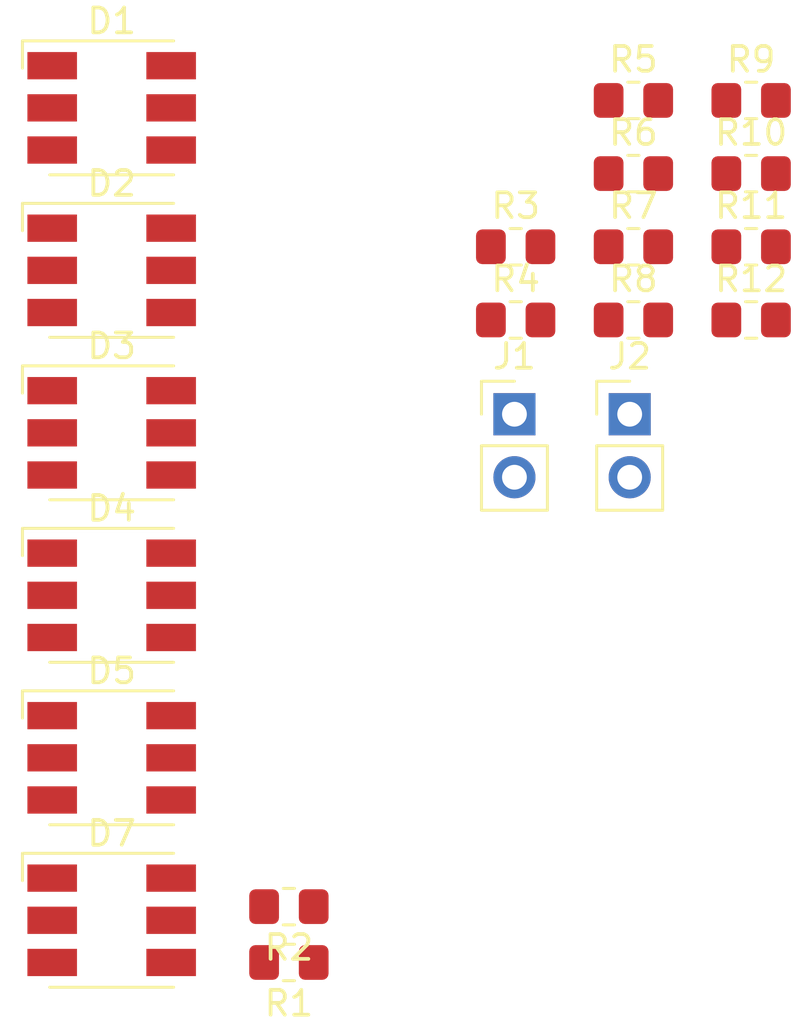
<source format=kicad_pcb>
(kicad_pcb (version 20240108) (generator "pcbnew") (generator_version "8.0")
  (layers (0 "F.Cu" signal) (31 "B.Cu" signal) (34 "B.Paste" user) (35 "F.Paste" user) (36 "B.SilkS" user "B.Silkscreen") (37 "F.SilkS" user "F.Silkscreen") (38 "B.Mask" user) (39 "F.Mask" user) (44 "Edge.Cuts" user))
  (net 0 "")
  (net 1 "Net-(D1-GK)")
  (net 2 "/VCC")
  (net 3 "Net-(D1-RK)")
  (net 4 "Net-(D2-RK)")
  (net 5 "Net-(D2-GK)")
  (net 6 "Net-(D3-GK)")
  (net 7 "Net-(D3-RK)")
  (net 8 "Net-(D4-GK)")
  (net 9 "Net-(D4-RK)")
  (net 10 "Net-(D5-RK)")
  (net 11 "Net-(D5-GK)")
  (net 12 "/RED1")
  (net 13 "GND")
  (net 14 "/GR1")
  (net 15 "/RED")
  (net 16 "/GR")
  (net 27 "Net-(D7-GK)")
  (net 28 "Net-(D7-RK)")
  (footprint "Resistor_SMD:R_0805_2012Metric_Pad1.20x1.40mm_HandSolder" (layer "F.Cu") (at 83.9 54.6)
    (property "Reference" "R4" (at 0 -1.65 0) (layer "F.SilkS"))
    (property "Value" "R")
    (fp_line (start -0.227064 -0.735) (end 0.227064 -0.735) (stroke (width 0.12)) (layer "F.SilkS"))
    (fp_line (start -0.227064 0.735) (end 0.227064 0.735) (stroke (width 0.12)) (layer "F.SilkS"))
    (pad "1" smd roundrect (at -1 0) (size 1.2 1.4) (layers "F.Cu" "F.Paste" "F.Mask") (roundrect_rratio 0.208333) (net 16 "/GR"))
    (pad "2" smd roundrect (at 1 0) (size 1.2 1.4) (layers "F.Cu" "F.Paste" "F.Mask") (roundrect_rratio 0.208333) (net 3 "Net-(D1-RK)"))
  )
  (footprint "Resistor_SMD:R_0805_2012Metric_Pad1.20x1.40mm_HandSolder" (layer "F.Cu") (at 88.65 54.6)
    (property "Reference" "R8" (at 0 -1.65 0) (layer "F.SilkS"))
    (property "Value" "R")
    (fp_line (start -0.227064 -0.735) (end 0.227064 -0.735) (stroke (width 0.12)) (layer "F.SilkS"))
    (fp_line (start -0.227064 0.735) (end 0.227064 0.735) (stroke (width 0.12)) (layer "F.SilkS"))
    (pad "1" smd roundrect (at -1 0) (size 1.2 1.4) (layers "F.Cu" "F.Paste" "F.Mask") (roundrect_rratio 0.208333) (net 16 "/GR"))
    (pad "2" smd roundrect (at 1 0) (size 1.2 1.4) (layers "F.Cu" "F.Paste" "F.Mask") (roundrect_rratio 0.208333) (net 9 "Net-(D4-RK)"))
  )
  (footprint "LED_SMD:LED_RGB_5050-6" (layer "F.Cu") (at 67.6 52.6)
    (property "Reference" "D2" (at 0 -3.5 180) (layer "F.SilkS"))
    (property "Value" "SMLVN6RGB")
    (fp_line (start -3.6 -2.7) (end 2.5 -2.7) (stroke (width 0.12)) (layer "F.SilkS"))
    (fp_line (start -3.6 -1.6) (end -3.6 -2.7) (stroke (width 0.12)) (layer "F.SilkS"))
    (fp_line (start 2.5 2.7) (end -2.5 2.7) (stroke (width 0.12)) (layer "F.SilkS"))
    (pad "1" smd rect (at -2.4 -1.7 90) (size 1.1 2) (layers "F.Cu" "F.Paste" "F.Mask"))
    (pad "2" smd rect (at -2.4 0 90) (size 1.1 2) (layers "F.Cu" "F.Paste" "F.Mask") (net 2 "/VCC"))
    (pad "3" smd rect (at -2.4 1.7 90) (size 1.1 2) (layers "F.Cu" "F.Paste" "F.Mask") (net 2 "/VCC"))
    (pad "4" smd rect (at 2.4 1.7 90) (size 1.1 2) (layers "F.Cu" "F.Paste" "F.Mask") (net 5 "Net-(D2-GK)"))
    (pad "5" smd rect (at 2.4 0 90) (size 1.1 2) (layers "F.Cu" "F.Paste" "F.Mask") (net 4 "Net-(D2-RK)"))
    (pad "6" smd rect (at 2.4 -1.7 90) (size 1.1 2) (layers "F.Cu" "F.Paste" "F.Mask"))
  )
  (footprint "Resistor_SMD:R_0805_2012Metric_Pad1.20x1.40mm_HandSolder" (layer "F.Cu") (at 88.65 51.65)
    (property "Reference" "R7" (at 0 -1.65 0) (layer "F.SilkS"))
    (property "Value" "R")
    (fp_line (start -0.227064 -0.735) (end 0.227064 -0.735) (stroke (width 0.12)) (layer "F.SilkS"))
    (fp_line (start -0.227064 0.735) (end 0.227064 0.735) (stroke (width 0.12)) (layer "F.SilkS"))
    (pad "1" smd roundrect (at -1 0) (size 1.2 1.4) (layers "F.Cu" "F.Paste" "F.Mask") (roundrect_rratio 0.208333) (net 15 "/RED"))
    (pad "2" smd roundrect (at 1 0) (size 1.2 1.4) (layers "F.Cu" "F.Paste" "F.Mask") (roundrect_rratio 0.208333) (net 8 "Net-(D4-GK)"))
  )
  (footprint "Resistor_SMD:R_0805_2012Metric_Pad1.20x1.40mm_HandSolder" (layer "F.Cu") (at 93.4 45.75)
    (property "Reference" "R9" (at 0 -1.65 0) (layer "F.SilkS"))
    (property "Value" "R")
    (fp_line (start -0.227064 -0.735) (end 0.227064 -0.735) (stroke (width 0.12)) (layer "F.SilkS"))
    (fp_line (start -0.227064 0.735) (end 0.227064 0.735) (stroke (width 0.12)) (layer "F.SilkS"))
    (pad "1" smd roundrect (at -1 0) (size 1.2 1.4) (layers "F.Cu" "F.Paste" "F.Mask") (roundrect_rratio 0.208333) (net 15 "/RED"))
    (pad "2" smd roundrect (at 1 0) (size 1.2 1.4) (layers "F.Cu" "F.Paste" "F.Mask") (roundrect_rratio 0.208333) (net 6 "Net-(D3-GK)"))
  )
  (footprint "LED_SMD:LED_RGB_5050-6" (layer "F.Cu") (at 67.6 72.25)
    (property "Reference" "D5" (at 0 -3.5 180) (layer "F.SilkS"))
    (property "Value" "SMLVN6RGB")
    (fp_line (start -3.6 -2.7) (end 2.5 -2.7) (stroke (width 0.12)) (layer "F.SilkS"))
    (fp_line (start -3.6 -1.6) (end -3.6 -2.7) (stroke (width 0.12)) (layer "F.SilkS"))
    (fp_line (start 2.5 2.7) (end -2.5 2.7) (stroke (width 0.12)) (layer "F.SilkS"))
    (pad "1" smd rect (at -2.4 -1.7 90) (size 1.1 2) (layers "F.Cu" "F.Paste" "F.Mask"))
    (pad "2" smd rect (at -2.4 0 90) (size 1.1 2) (layers "F.Cu" "F.Paste" "F.Mask") (net 2 "/VCC"))
    (pad "3" smd rect (at -2.4 1.7 90) (size 1.1 2) (layers "F.Cu" "F.Paste" "F.Mask") (net 2 "/VCC"))
    (pad "4" smd rect (at 2.4 1.7 90) (size 1.1 2) (layers "F.Cu" "F.Paste" "F.Mask") (net 11 "Net-(D5-GK)"))
    (pad "5" smd rect (at 2.4 0 90) (size 1.1 2) (layers "F.Cu" "F.Paste" "F.Mask") (net 10 "Net-(D5-RK)"))
    (pad "6" smd rect (at 2.4 -1.7 90) (size 1.1 2) (layers "F.Cu" "F.Paste" "F.Mask"))
  )
  (footprint "LED_SMD:LED_RGB_5050-6" (layer "F.Cu") (at 67.6 46.05)
    (property "Reference" "D1" (at 0 -3.5 180) (layer "F.SilkS"))
    (property "Value" "SMLVN6RGB")
    (fp_line (start -3.6 -2.7) (end 2.5 -2.7) (stroke (width 0.12)) (layer "F.SilkS"))
    (fp_line (start -3.6 -1.6) (end -3.6 -2.7) (stroke (width 0.12)) (layer "F.SilkS"))
    (fp_line (start 2.5 2.7) (end -2.5 2.7) (stroke (width 0.12)) (layer "F.SilkS"))
    (pad "1" smd rect (at -2.4 -1.7 90) (size 1.1 2) (layers "F.Cu" "F.Paste" "F.Mask"))
    (pad "2" smd rect (at -2.4 0 90) (size 1.1 2) (layers "F.Cu" "F.Paste" "F.Mask") (net 2 "/VCC"))
    (pad "3" smd rect (at -2.4 1.7 90) (size 1.1 2) (layers "F.Cu" "F.Paste" "F.Mask") (net 2 "/VCC"))
    (pad "4" smd rect (at 2.4 1.7 90) (size 1.1 2) (layers "F.Cu" "F.Paste" "F.Mask") (net 1 "Net-(D1-GK)"))
    (pad "5" smd rect (at 2.4 0 90) (size 1.1 2) (layers "F.Cu" "F.Paste" "F.Mask") (net 3 "Net-(D1-RK)"))
    (pad "6" smd rect (at 2.4 -1.7 90) (size 1.1 2) (layers "F.Cu" "F.Paste" "F.Mask"))
  )
  (footprint "Connector_PinHeader_2.54mm:PinHeader_1x02_P2.54mm_Vertical" (layer "F.Cu") (at 88.5 58.4)
    (property "Reference" "J2" (at 0 -2.33 0) (layer "F.SilkS"))
    (property "Value" "Conn_01x02_Pin")
    (fp_line (start -1.33 -1.33) (end 0 -1.33) (stroke (width 0.12)) (layer "F.SilkS"))
    (fp_line (start -1.33 0) (end -1.33 -1.33) (stroke (width 0.12)) (layer "F.SilkS"))
    (fp_line (start -1.33 1.27) (end -1.33 3.87) (stroke (width 0.12)) (layer "F.SilkS"))
    (fp_line (start -1.33 1.27) (end 1.33 1.27) (stroke (width 0.12)) (layer "F.SilkS"))
    (fp_line (start -1.33 3.87) (end 1.33 3.87) (stroke (width 0.12)) (layer "F.SilkS"))
    (fp_line (start 1.33 1.27) (end 1.33 3.87) (stroke (width 0.12)) (layer "F.SilkS"))
    (pad "1" thru_hole rect (at 0 0) (size 1.7 1.7) (drill 1) (layers "*.Cu" "*.Mask") (net 13 "GND"))
    (pad "2" thru_hole oval (at 0 2.54) (size 1.7 1.7) (drill 1) (layers "*.Cu" "*.Mask") (net 14 "/GR1"))
  )
  (footprint "Connector_PinHeader_2.54mm:PinHeader_1x02_P2.54mm_Vertical" (layer "F.Cu") (at 83.85 58.4)
    (property "Reference" "J1" (at 0 -2.33 0) (layer "F.SilkS"))
    (property "Value" "Conn_01x02_Pin")
    (fp_line (start -1.33 -1.33) (end 0 -1.33) (stroke (width 0.12)) (layer "F.SilkS"))
    (fp_line (start -1.33 0) (end -1.33 -1.33) (stroke (width 0.12)) (layer "F.SilkS"))
    (fp_line (start -1.33 1.27) (end -1.33 3.87) (stroke (width 0.12)) (layer "F.SilkS"))
    (fp_line (start -1.33 1.27) (end 1.33 1.27) (stroke (width 0.12)) (layer "F.SilkS"))
    (fp_line (start -1.33 3.87) (end 1.33 3.87) (stroke (width 0.12)) (layer "F.SilkS"))
    (fp_line (start 1.33 1.27) (end 1.33 3.87) (stroke (width 0.12)) (layer "F.SilkS"))
    (pad "1" thru_hole rect (at 0 0) (size 1.7 1.7) (drill 1) (layers "*.Cu" "*.Mask") (net 13 "GND"))
    (pad "2" thru_hole oval (at 0 2.54) (size 1.7 1.7) (drill 1) (layers "*.Cu" "*.Mask") (net 12 "/RED1"))
  )
  (footprint "LED_SMD:LED_RGB_5050-6" (layer "F.Cu") (at 67.6 59.15)
    (property "Reference" "D3" (at 0 -3.5 180) (layer "F.SilkS"))
    (property "Value" "SMLVN6RGB")
    (fp_line (start -3.6 -2.7) (end 2.5 -2.7) (stroke (width 0.12)) (layer "F.SilkS"))
    (fp_line (start -3.6 -1.6) (end -3.6 -2.7) (stroke (width 0.12)) (layer "F.SilkS"))
    (fp_line (start 2.5 2.7) (end -2.5 2.7) (stroke (width 0.12)) (layer "F.SilkS"))
    (pad "1" smd rect (at -2.4 -1.7 90) (size 1.1 2) (layers "F.Cu" "F.Paste" "F.Mask"))
    (pad "2" smd rect (at -2.4 0 90) (size 1.1 2) (layers "F.Cu" "F.Paste" "F.Mask") (net 2 "/VCC"))
    (pad "3" smd rect (at -2.4 1.7 90) (size 1.1 2) (layers "F.Cu" "F.Paste" "F.Mask") (net 2 "/VCC"))
    (pad "4" smd rect (at 2.4 1.7 90) (size 1.1 2) (layers "F.Cu" "F.Paste" "F.Mask") (net 6 "Net-(D3-GK)"))
    (pad "5" smd rect (at 2.4 0 90) (size 1.1 2) (layers "F.Cu" "F.Paste" "F.Mask") (net 7 "Net-(D3-RK)"))
    (pad "6" smd rect (at 2.4 -1.7 90) (size 1.1 2) (layers "F.Cu" "F.Paste" "F.Mask"))
  )
  (footprint "LED_SMD:LED_RGB_5050-6" (layer "F.Cu") (at 67.6 65.7)
    (property "Reference" "D4" (at 0 -3.5 180) (layer "F.SilkS"))
    (property "Value" "SMLVN6RGB")
    (fp_line (start -3.6 -2.7) (end 2.5 -2.7) (stroke (width 0.12)) (layer "F.SilkS"))
    (fp_line (start -3.6 -1.6) (end -3.6 -2.7) (stroke (width 0.12)) (layer "F.SilkS"))
    (fp_line (start 2.5 2.7) (end -2.5 2.7) (stroke (width 0.12)) (layer "F.SilkS"))
    (pad "1" smd rect (at -2.4 -1.7 90) (size 1.1 2) (layers "F.Cu" "F.Paste" "F.Mask"))
    (pad "2" smd rect (at -2.4 0 90) (size 1.1 2) (layers "F.Cu" "F.Paste" "F.Mask") (net 2 "/VCC"))
    (pad "3" smd rect (at -2.4 1.7 90) (size 1.1 2) (layers "F.Cu" "F.Paste" "F.Mask") (net 2 "/VCC"))
    (pad "4" smd rect (at 2.4 1.7 90) (size 1.1 2) (layers "F.Cu" "F.Paste" "F.Mask") (net 8 "Net-(D4-GK)"))
    (pad "5" smd rect (at 2.4 0 90) (size 1.1 2) (layers "F.Cu" "F.Paste" "F.Mask") (net 9 "Net-(D4-RK)"))
    (pad "6" smd rect (at 2.4 -1.7 90) (size 1.1 2) (layers "F.Cu" "F.Paste" "F.Mask"))
  )
  (footprint "Resistor_SMD:R_0805_2012Metric_Pad1.20x1.40mm_HandSolder" (layer "F.Cu") (at 88.65 45.75)
    (property "Reference" "R5" (at 0 -1.65 0) (layer "F.SilkS"))
    (property "Value" "R")
    (fp_line (start -0.227064 -0.735) (end 0.227064 -0.735) (stroke (width 0.12)) (layer "F.SilkS"))
    (fp_line (start -0.227064 0.735) (end 0.227064 0.735) (stroke (width 0.12)) (layer "F.SilkS"))
    (pad "1" smd roundrect (at -1 0) (size 1.2 1.4) (layers "F.Cu" "F.Paste" "F.Mask") (roundrect_rratio 0.208333) (net 15 "/RED"))
    (pad "2" smd roundrect (at 1 0) (size 1.2 1.4) (layers "F.Cu" "F.Paste" "F.Mask") (roundrect_rratio 0.208333) (net 5 "Net-(D2-GK)"))
  )
  (footprint "Resistor_SMD:R_0805_2012Metric_Pad1.20x1.40mm_HandSolder" (layer "F.Cu") (at 88.65 48.7)
    (property "Reference" "R6" (at 0 -1.65 0) (layer "F.SilkS"))
    (property "Value" "R")
    (fp_line (start -0.227064 -0.735) (end 0.227064 -0.735) (stroke (width 0.12)) (layer "F.SilkS"))
    (fp_line (start -0.227064 0.735) (end 0.227064 0.735) (stroke (width 0.12)) (layer "F.SilkS"))
    (pad "1" smd roundrect (at -1 0) (size 1.2 1.4) (layers "F.Cu" "F.Paste" "F.Mask") (roundrect_rratio 0.208333) (net 16 "/GR"))
    (pad "2" smd roundrect (at 1 0) (size 1.2 1.4) (layers "F.Cu" "F.Paste" "F.Mask") (roundrect_rratio 0.208333) (net 4 "Net-(D2-RK)"))
  )
  (footprint "Resistor_SMD:R_0805_2012Metric_Pad1.20x1.40mm_HandSolder" (layer "F.Cu") (at 93.4 54.6)
    (property "Reference" "R12" (at 0 -1.65 0) (layer "F.SilkS"))
    (property "Value" "R")
    (fp_line (start -0.227064 -0.735) (end 0.227064 -0.735) (stroke (width 0.12)) (layer "F.SilkS"))
    (fp_line (start -0.227064 0.735) (end 0.227064 0.735) (stroke (width 0.12)) (layer "F.SilkS"))
    (pad "1" smd roundrect (at -1 0) (size 1.2 1.4) (layers "F.Cu" "F.Paste" "F.Mask") (roundrect_rratio 0.208333) (net 16 "/GR"))
    (pad "2" smd roundrect (at 1 0) (size 1.2 1.4) (layers "F.Cu" "F.Paste" "F.Mask") (roundrect_rratio 0.208333) (net 10 "Net-(D5-RK)"))
  )
  (footprint "Resistor_SMD:R_0805_2012Metric_Pad1.20x1.40mm_HandSolder" (layer "F.Cu") (at 83.9 51.65)
    (property "Reference" "R3" (at 0 -1.65 0) (layer "F.SilkS"))
    (property "Value" "R")
    (fp_line (start -0.227064 -0.735) (end 0.227064 -0.735) (stroke (width 0.12)) (layer "F.SilkS"))
    (fp_line (start -0.227064 0.735) (end 0.227064 0.735) (stroke (width 0.12)) (layer "F.SilkS"))
    (pad "1" smd roundrect (at -1 0) (size 1.2 1.4) (layers "F.Cu" "F.Paste" "F.Mask") (roundrect_rratio 0.208333) (net 15 "/RED"))
    (pad "2" smd roundrect (at 1 0) (size 1.2 1.4) (layers "F.Cu" "F.Paste" "F.Mask") (roundrect_rratio 0.208333) (net 1 "Net-(D1-GK)"))
  )
  (footprint "Resistor_SMD:R_0805_2012Metric_Pad1.20x1.40mm_HandSolder" (layer "F.Cu") (at 74.75 78.25 180)
    (property "Reference" "R2" (at 0 -1.65 180) (layer "F.SilkS"))
    (property "Value" "R")
    (fp_line (start -0.227064 0.735) (end 0.227064 0.735) (stroke (width 0.12)) (layer "F.SilkS"))
    (fp_line (start -0.227064 -0.735) (end 0.227064 -0.735) (stroke (width 0.12)) (layer "F.SilkS"))
    (pad "1" smd roundrect (at -1 0 180) (size 1.2 1.4) (layers "F.Cu" "F.Paste" "F.Mask") (roundrect_rratio 0.208333) (net 16 "/GR"))
    (pad "2" smd roundrect (at 1 0 180) (size 1.2 1.4) (layers "F.Cu" "F.Paste" "F.Mask") (roundrect_rratio 0.208333) (net 28 "Net-(D7-RK)"))
  )
  (footprint "Resistor_SMD:R_0805_2012Metric_Pad1.20x1.40mm_HandSolder" (layer "F.Cu") (at 93.4 51.65)
    (property "Reference" "R11" (at 0 -1.65 0) (layer "F.SilkS"))
    (property "Value" "R")
    (fp_line (start -0.227064 -0.735) (end 0.227064 -0.735) (stroke (width 0.12)) (layer "F.SilkS"))
    (fp_line (start -0.227064 0.735) (end 0.227064 0.735) (stroke (width 0.12)) (layer "F.SilkS"))
    (pad "1" smd roundrect (at -1 0) (size 1.2 1.4) (layers "F.Cu" "F.Paste" "F.Mask") (roundrect_rratio 0.208333) (net 15 "/RED"))
    (pad "2" smd roundrect (at 1 0) (size 1.2 1.4) (layers "F.Cu" "F.Paste" "F.Mask") (roundrect_rratio 0.208333) (net 11 "Net-(D5-GK)"))
  )
  (footprint "Resistor_SMD:R_0805_2012Metric_Pad1.20x1.40mm_HandSolder" (layer "F.Cu") (at 74.75 80.5 180)
    (property "Reference" "R1" (at 0 -1.65 180) (layer "F.SilkS"))
    (property "Value" "R")
    (fp_line (start -0.227064 0.735) (end 0.227064 0.735) (stroke (width 0.12)) (layer "F.SilkS"))
    (fp_line (start -0.227064 -0.735) (end 0.227064 -0.735) (stroke (width 0.12)) (layer "F.SilkS"))
    (pad "1" smd roundrect (at -1 0 180) (size 1.2 1.4) (layers "F.Cu" "F.Paste" "F.Mask") (roundrect_rratio 0.208333) (net 15 "/RED"))
    (pad "2" smd roundrect (at 1 0 180) (size 1.2 1.4) (layers "F.Cu" "F.Paste" "F.Mask") (roundrect_rratio 0.208333) (net 27 "Net-(D7-GK)"))
  )
  (footprint "LED_SMD:LED_RGB_5050-6" (layer "F.Cu") (at 67.6 78.8)
    (property "Reference" "D7" (at 0 -3.5 180) (layer "F.SilkS"))
    (property "Value" "SMLVN6RGB")
    (fp_line (start -3.6 -2.7) (end 2.5 -2.7) (stroke (width 0.12)) (layer "F.SilkS"))
    (fp_line (start -3.6 -1.6) (end -3.6 -2.7) (stroke (width 0.12)) (layer "F.SilkS"))
    (fp_line (start 2.5 2.7) (end -2.5 2.7) (stroke (width 0.12)) (layer "F.SilkS"))
    (pad "1" smd rect (at -2.4 -1.7 90) (size 1.1 2) (layers "F.Cu" "F.Paste" "F.Mask"))
    (pad "2" smd rect (at -2.4 0 90) (size 1.1 2) (layers "F.Cu" "F.Paste" "F.Mask") (net 2 "/VCC"))
    (pad "3" smd rect (at -2.4 1.7 90) (size 1.1 2) (layers "F.Cu" "F.Paste" "F.Mask") (net 2 "/VCC"))
    (pad "4" smd rect (at 2.4 1.7 90) (size 1.1 2) (layers "F.Cu" "F.Paste" "F.Mask") (net 27 "Net-(D7-GK)"))
    (pad "5" smd rect (at 2.4 0 90) (size 1.1 2) (layers "F.Cu" "F.Paste" "F.Mask") (net 28 "Net-(D7-RK)"))
    (pad "6" smd rect (at 2.4 -1.7 90) (size 1.1 2) (layers "F.Cu" "F.Paste" "F.Mask"))
  )
  (footprint "Resistor_SMD:R_0805_2012Metric_Pad1.20x1.40mm_HandSolder" (layer "F.Cu") (at 93.4 48.7)
    (property "Reference" "R10" (at 0 -1.65 0) (layer "F.SilkS"))
    (property "Value" "R")
    (fp_line (start -0.227064 -0.735) (end 0.227064 -0.735) (stroke (width 0.12)) (layer "F.SilkS"))
    (fp_line (start -0.227064 0.735) (end 0.227064 0.735) (stroke (width 0.12)) (layer "F.SilkS"))
    (pad "1" smd roundrect (at -1 0) (size 1.2 1.4) (layers "F.Cu" "F.Paste" "F.Mask") (roundrect_rratio 0.208333) (net 16 "/GR"))
    (pad "2" smd roundrect (at 1 0) (size 1.2 1.4) (layers "F.Cu" "F.Paste" "F.Mask") (roundrect_rratio 0.208333) (net 7 "Net-(D3-RK)"))
  )
)
</source>
